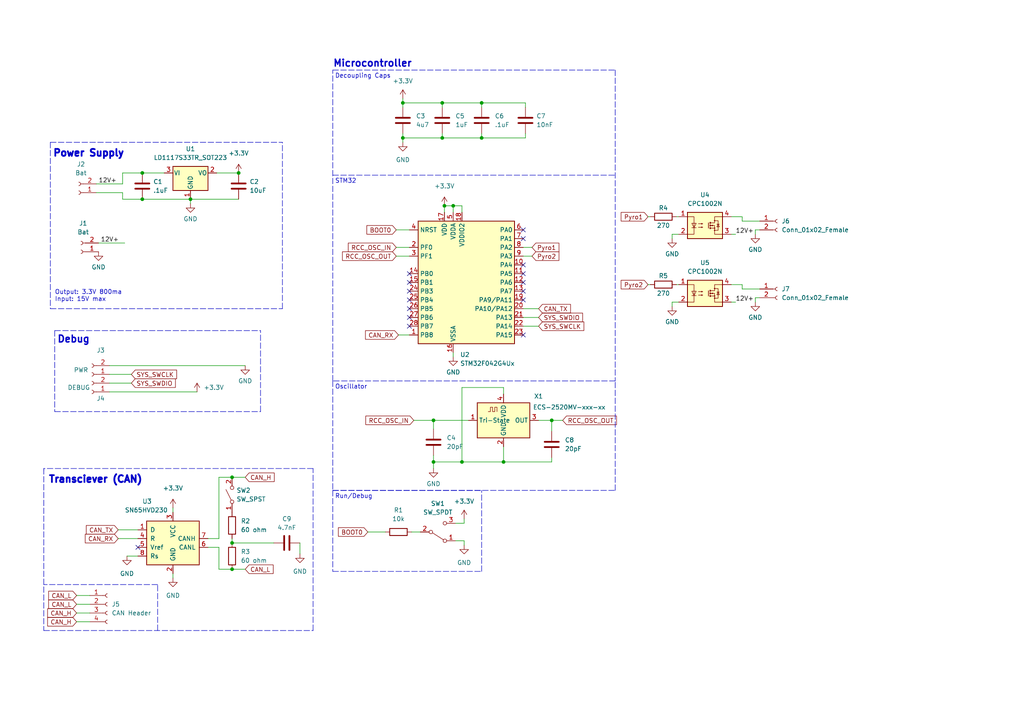
<source format=kicad_sch>
(kicad_sch (version 20211123) (generator eeschema)
  (paper "A4")
  (lib_symbols
    (symbol "Connector:Conn_01x02_Female" (pin_names (offset 1.016) hide)
      (property "Reference" "J" (at 0 2.54 0))
      (property "Value" "Conn_01x02_Female" (at 0 -5.08 0))
      (symbol "Conn_01x02_Female_1_1"
        (arc (start 0 -2.032) (mid -0.508 -2.54) (end 0 -3.048) (stroke (width 0.1524)))
        (polyline (pts (xy -1.27 -2.54) (xy -0.508 -2.54)) (stroke (width 0.1524)))
        (polyline (pts (xy -1.27 0) (xy -0.508 0)) (stroke (width 0.1524)))
        (arc (start 0 0.508) (mid -0.508 0) (end 0 -0.508) (stroke (width 0.1524)))
        (pin passive line (at -5.08 0 0) (length 3.81) (name "Pin_1") (number "1"))
        (pin passive line (at -5.08 -2.54 0) (length 3.81) (name "Pin_2") (number "2"))
      )
    )
    (symbol "Connector:Conn_01x04_Female" (pin_names (offset 1.016) hide)
      (property "Reference" "J" (at 0 5.08 0))
      (property "Value" "Conn_01x04_Female" (at 0 -7.62 0))
      (symbol "Conn_01x04_Female_1_1"
        (arc (start 0 -4.572) (mid -0.508 -5.08) (end 0 -5.588) (stroke (width 0.1524)))
        (arc (start 0 -2.032) (mid -0.508 -2.54) (end 0 -3.048) (stroke (width 0.1524)))
        (polyline (pts (xy -1.27 -5.08) (xy -0.508 -5.08)) (stroke (width 0.1524)))
        (polyline (pts (xy -1.27 -2.54) (xy -0.508 -2.54)) (stroke (width 0.1524)))
        (polyline (pts (xy -1.27 0) (xy -0.508 0)) (stroke (width 0.1524)))
        (polyline (pts (xy -1.27 2.54) (xy -0.508 2.54)) (stroke (width 0.1524)))
        (arc (start 0 0.508) (mid -0.508 0) (end 0 -0.508) (stroke (width 0.1524)))
        (arc (start 0 3.048) (mid -0.508 2.54) (end 0 2.032) (stroke (width 0.1524)))
        (pin passive line (at -5.08 2.54 0) (length 3.81) (name "Pin_1") (number "1"))
        (pin passive line (at -5.08 0 0) (length 3.81) (name "Pin_2") (number "2"))
        (pin passive line (at -5.08 -2.54 0) (length 3.81) (name "Pin_3") (number "3"))
        (pin passive line (at -5.08 -5.08 0) (length 3.81) (name "Pin_4") (number "4"))
      )
    )
    (symbol "Device:C" (pin_numbers hide) (pin_names (offset 0.254))
      (property "Reference" "C" (at 0.635 2.54 0))
      (property "Value" "C" (at 0.635 -2.54 0))
      (symbol "C_0_1"
        (polyline (pts (xy -2.032 -0.762) (xy 2.032 -0.762)) (stroke (width 0.508)))
        (polyline (pts (xy -2.032 0.762) (xy 2.032 0.762)) (stroke (width 0.508)))
      )
      (symbol "C_1_1"
        (pin passive line (at 0 3.81 270) (length 2.794) (name "~") (number "1"))
        (pin passive line (at 0 -3.81 90) (length 2.794) (name "~") (number "2"))
      )
    )
    (symbol "Device:R" (pin_numbers hide) (pin_names (offset 0))
      (property "Reference" "R" (at 2.032 0 90))
      (property "Value" "R" (at 0 0 90))
      (symbol "R_0_1"
        (rectangle (start -1.016 -2.54) (end 1.016 2.54) (stroke (width 0.254)))
      )
      (symbol "R_1_1"
        (pin passive line (at 0 3.81 270) (length 1.27) (name "~") (number "1"))
        (pin passive line (at 0 -3.81 90) (length 1.27) (name "~") (number "2"))
      )
    )
    (symbol "Interface_CAN_LIN:SN65HVD230" (pin_names (offset 1.016))
      (property "Reference" "U" (at -2.54 10.16 0))
      (property "Value" "SN65HVD230" (at -2.54 7.62 0))
      (symbol "SN65HVD230_0_1"
        (rectangle (start -7.62 5.08) (end 7.62 -7.62) (stroke (width 0.254)) (fill (type background)))
      )
      (symbol "SN65HVD230_1_1"
        (pin input line (at -10.16 2.54 0) (length 2.54) (name "D") (number "1"))
        (pin power_in line (at 0 -10.16 90) (length 2.54) (name "GND") (number "2"))
        (pin power_in line (at 0 7.62 270) (length 2.54) (name "VCC") (number "3"))
        (pin output line (at -10.16 0 0) (length 2.54) (name "R") (number "4"))
        (pin output line (at -10.16 -2.54 0) (length 2.54) (name "Vref") (number "5"))
        (pin bidirectional line (at 10.16 -2.54 180) (length 2.54) (name "CANL") (number "6"))
        (pin bidirectional line (at 10.16 0 180) (length 2.54) (name "CANH") (number "7"))
        (pin input line (at -10.16 -5.08 0) (length 2.54) (name "Rs") (number "8"))
      )
    )
    (symbol "MCU_ST_STM32F0:STM32F042G4Ux"
      (property "Reference" "U" (at -15.24 19.05 0))
      (property "Value" "STM32F042G4Ux" (at 0 19.05 0))
      (symbol "STM32F042G4Ux_0_1"
        (rectangle (start -15.24 -17.78) (end 12.7 17.78) (stroke (width 0.254)) (fill (type background)))
      )
      (symbol "STM32F042G4Ux_1_1"
        (pin bidirectional line (at -17.78 -15.24 0) (length 2.54) (name "PB8") (number "1"))
        (pin bidirectional line (at 15.24 5.08 180) (length 2.54) (name "PA4") (number "10"))
        (pin bidirectional line (at 15.24 2.54 180) (length 2.54) (name "PA5") (number "11"))
        (pin bidirectional line (at 15.24 0 180) (length 2.54) (name "PA6") (number "12"))
        (pin bidirectional line (at 15.24 -2.54 180) (length 2.54) (name "PA7") (number "13"))
        (pin bidirectional line (at -17.78 2.54 0) (length 2.54) (name "PB0") (number "14"))
        (pin bidirectional line (at -17.78 0 0) (length 2.54) (name "PB1") (number "15"))
        (pin power_in line (at -5.08 -20.32 90) (length 2.54) (name "VSSA") (number "16"))
        (pin power_in line (at -7.62 20.32 270) (length 2.54) (name "VDD") (number "17"))
        (pin power_in line (at -2.54 20.32 270) (length 2.54) (name "VDDIO2") (number "18"))
        (pin bidirectional line (at 15.24 -5.08 180) (length 2.54) (name "PA9/PA11") (number "19"))
        (pin input line (at -17.78 10.16 0) (length 2.54) (name "PF0") (number "2"))
        (pin bidirectional line (at 15.24 -7.62 180) (length 2.54) (name "PA10/PA12") (number "20"))
        (pin bidirectional line (at 15.24 -10.16 180) (length 2.54) (name "PA13") (number "21"))
        (pin bidirectional line (at 15.24 -12.7 180) (length 2.54) (name "PA14") (number "22"))
        (pin bidirectional line (at 15.24 -15.24 180) (length 2.54) (name "PA15") (number "23"))
        (pin bidirectional line (at -17.78 -2.54 0) (length 2.54) (name "PB3") (number "24"))
        (pin bidirectional line (at -17.78 -5.08 0) (length 2.54) (name "PB4") (number "25"))
        (pin bidirectional line (at -17.78 -7.62 0) (length 2.54) (name "PB5") (number "26"))
        (pin bidirectional line (at -17.78 -10.16 0) (length 2.54) (name "PB6") (number "27"))
        (pin bidirectional line (at -17.78 -12.7 0) (length 2.54) (name "PB7") (number "28"))
        (pin input line (at -17.78 7.62 0) (length 2.54) (name "PF1") (number "3"))
        (pin input line (at -17.78 15.24 0) (length 2.54) (name "NRST") (number "4"))
        (pin power_in line (at -5.08 20.32 270) (length 2.54) (name "VDDA") (number "5"))
        (pin bidirectional line (at 15.24 15.24 180) (length 2.54) (name "PA0") (number "6"))
        (pin bidirectional line (at 15.24 12.7 180) (length 2.54) (name "PA1") (number "7"))
        (pin bidirectional line (at 15.24 10.16 180) (length 2.54) (name "PA2") (number "8"))
        (pin bidirectional line (at 15.24 7.62 180) (length 2.54) (name "PA3") (number "9"))
      )
    )
    (symbol "Oscillator:ECS-2520MV-xxx-xx"
      (property "Reference" "X" (at -5.08 6.35 0))
      (property "Value" "ECS-2520MV-xxx-xx" (at 1.27 -6.35 0))
      (symbol "ECS-2520MV-xxx-xx_0_1"
        (rectangle (start -7.62 5.08) (end 7.62 -5.08) (stroke (width 0.254)) (fill (type background)))
        (polyline (pts (xy -4.445 2.54) (xy -3.81 2.54) (xy -3.81 3.81) (xy -3.175 3.81) (xy -3.175 2.54) (xy -2.54 2.54) (xy -2.54 3.81) (xy -1.905 3.81) (xy -1.905 2.54)))
      )
      (symbol "ECS-2520MV-xxx-xx_1_1"
        (pin input line (at -10.16 0 0) (length 2.54) (name "Tri-State") (number "1"))
        (pin power_in line (at 0 -7.62 90) (length 2.54) (name "GND") (number "2"))
        (pin output line (at 10.16 0 180) (length 2.54) (name "OUT") (number "3"))
        (pin power_in line (at 0 7.62 270) (length 2.54) (name "VDD") (number "4"))
      )
    )
    (symbol "Regulator_Linear:LD1117S33TR_SOT223" (pin_names (offset 0.254))
      (property "Reference" "U" (at -3.81 3.175 0))
      (property "Value" "LD1117S33TR_SOT223" (at 0 3.175 0))
      (symbol "LD1117S33TR_SOT223_0_1"
        (rectangle (start -5.08 -5.08) (end 5.08 1.905) (stroke (width 0.254)) (fill (type background)))
      )
      (symbol "LD1117S33TR_SOT223_1_1"
        (pin power_in line (at 0 -7.62 90) (length 2.54) (name "GND") (number "1"))
        (pin power_out line (at 7.62 0 180) (length 2.54) (name "VO") (number "2"))
        (pin power_in line (at -7.62 0 0) (length 2.54) (name "VI") (number "3"))
      )
    )
    (symbol "Relay_SolidState:CPC1002N"
      (property "Reference" "U" (at -5.08 5.08 0))
      (property "Value" "CPC1002N" (at 0 5.08 0))
      (symbol "CPC1002N_0_1"
        (rectangle (start -5.08 3.81) (end 5.08 -3.81) (stroke (width 0.254)) (fill (type background)))
        (polyline (pts (xy -3.81 -0.635) (xy -2.54 -0.635)))
        (polyline (pts (xy 1.016 0.762) (xy 1.016 -0.762)) (stroke (width 0.2032)))
        (polyline (pts (xy 1.524 -0.762) (xy 2.794 -0.762)))
        (polyline (pts (xy 3.429 0.381) (xy 4.191 0.381)))
        (polyline (pts (xy 1.524 -0.635) (xy 1.524 -0.889) (xy 1.524 -0.889)) (stroke (width 0.3556)))
        (polyline (pts (xy 1.524 0.127) (xy 1.524 -0.127) (xy 1.524 -0.127)) (stroke (width 0.3556)))
        (polyline (pts (xy 1.524 0.889) (xy 1.524 0.635) (xy 1.524 0.635)) (stroke (width 0.3556)))
        (polyline (pts (xy -5.08 2.54) (xy -3.175 2.54) (xy -3.175 -2.54) (xy -5.08 -2.54)))
        (polyline (pts (xy -3.175 -0.635) (xy -3.81 0.635) (xy -2.54 0.635) (xy -3.175 -0.635)))
        (polyline (pts (xy 1.524 0) (xy 2.794 0) (xy 2.794 -2.54) (xy 5.08 -2.54)))
        (polyline (pts (xy 1.524 0.762) (xy 2.794 0.762) (xy 2.794 2.54) (xy 5.08 2.54)))
        (polyline (pts (xy 1.778 0) (xy 2.286 0.127) (xy 2.286 -0.127) (xy 1.778 0)))
        (polyline (pts (xy 2.794 -1.397) (xy 3.81 -1.397) (xy 3.81 1.397) (xy 2.794 1.397)))
        (polyline (pts (xy 3.81 0.381) (xy 3.429 -0.381) (xy 4.191 -0.381) (xy 3.81 0.381)))
        (polyline (pts (xy -1.905 -0.508) (xy -0.635 -0.508) (xy -1.016 -0.635) (xy -1.016 -0.381) (xy -0.635 -0.508)))
        (polyline (pts (xy -1.905 0.508) (xy -0.635 0.508) (xy -1.016 0.381) (xy -1.016 0.635) (xy -0.635 0.508)))
        (circle (center 2.794 -1.397) (radius 0.127))
        (circle (center 2.794 -0.762) (radius 0.127))
        (circle (center 2.794 1.397) (radius 0.127))
      )
      (symbol "CPC1002N_1_1"
        (pin passive line (at -7.62 2.54 0) (length 2.54) (name "~") (number "1"))
        (pin passive line (at -7.62 -2.54 0) (length 2.54) (name "~") (number "2"))
        (pin passive line (at 7.62 -2.54 180) (length 2.54) (name "~") (number "3"))
        (pin passive line (at 7.62 2.54 180) (length 2.54) (name "~") (number "4"))
      )
    )
    (symbol "Switch:SW_SPDT" (pin_names (offset 0) hide)
      (property "Reference" "SW" (at 0 4.318 0))
      (property "Value" "SW_SPDT" (at 0 -5.08 0))
      (symbol "SW_SPDT_0_0"
        (circle (center -2.032 0) (radius 0.508))
        (circle (center 2.032 -2.54) (radius 0.508))
      )
      (symbol "SW_SPDT_0_1"
        (polyline (pts (xy -1.524 0.254) (xy 1.651 2.286)))
        (circle (center 2.032 2.54) (radius 0.508))
      )
      (symbol "SW_SPDT_1_1"
        (pin passive line (at 5.08 2.54 180) (length 2.54) (name "A") (number "1"))
        (pin passive line (at -5.08 0 0) (length 2.54) (name "B") (number "2"))
        (pin passive line (at 5.08 -2.54 180) (length 2.54) (name "C") (number "3"))
      )
    )
    (symbol "Switch:SW_SPST" (pin_names (offset 0) hide)
      (property "Reference" "SW" (at 0 3.175 0))
      (property "Value" "SW_SPST" (at 0 -2.54 0))
      (symbol "SW_SPST_0_0"
        (circle (center -2.032 0) (radius 0.508))
        (polyline (pts (xy -1.524 0.254) (xy 1.524 1.778)))
        (circle (center 2.032 0) (radius 0.508))
      )
      (symbol "SW_SPST_1_1"
        (pin passive line (at -5.08 0 0) (length 2.54) (name "A") (number "1"))
        (pin passive line (at 5.08 0 180) (length 2.54) (name "B") (number "2"))
      )
    )
    (symbol "power:+3.3V" (power) (pin_names (offset 0))
      (property "Value" "+3.3V" (at 0 3.556 0))
      (symbol "+3.3V_0_1"
        (polyline (pts (xy -0.762 1.27) (xy 0 2.54)))
        (polyline (pts (xy 0 0) (xy 0 2.54)))
        (polyline (pts (xy 0 2.54) (xy 0.762 1.27)))
      )
      (symbol "+3.3V_1_1"
        (pin power_in line (at 0 0 90) (length 0) hide (name "+3.3V") (number "1"))
      )
    )
    (symbol "power:GND" (power) (pin_names (offset 0))
      (property "Value" "GND" (at 0 -3.81 0))
      (symbol "GND_0_1"
        (polyline (pts (xy 0 0) (xy 0 -1.27) (xy 1.27 -1.27) (xy 0 -2.54) (xy -1.27 -1.27) (xy 0 -1.27)))
      )
      (symbol "GND_1_1"
        (pin power_in line (at 0 0 270) (length 0) hide (name "GND") (number "1"))
      )
    )
  )
  (junction (at 128.905 59.69))
  (junction (at 131.445 59.69))
  (junction (at 133.985 133.985))
  (junction (at 55.245 57.785))
  (junction (at 146.05 133.985))
  (junction (at 116.84 29.845))
  (junction (at 41.275 50.165))
  (junction (at 139.7 40.005))
  (junction (at 139.7 29.845))
  (junction (at 128.27 29.845))
  (junction (at 125.73 121.92))
  (junction (at 67.31 157.48))
  (junction (at 69.215 50.165))
  (junction (at 125.73 133.985))
  (junction (at 67.31 138.43))
  (junction (at 128.27 40.005))
  (junction (at 116.84 40.005))
  (junction (at 160.02 121.92))
  (junction (at 41.275 57.785))
  (junction (at 67.31 165.1))
  (no_connect (at 151.765 84.455))
  (no_connect (at 151.765 81.915))
  (no_connect (at 151.765 97.155))
  (no_connect (at 40.005 158.75))
  (no_connect (at 151.765 76.835))
  (no_connect (at 118.745 81.915))
  (no_connect (at 118.745 94.615))
  (no_connect (at 151.765 79.375))
  (no_connect (at 151.765 69.215))
  (no_connect (at 118.745 89.535))
  (no_connect (at 151.765 66.675))
  (no_connect (at 118.745 84.455))
  (no_connect (at 118.745 86.995))
  (no_connect (at 118.745 92.075))
  (no_connect (at 151.765 86.995))
  (no_connect (at 118.745 79.375))
  (wire (pts (xy 194.945 67.945) (xy 194.945 69.215)))
  (wire (pts (xy 55.245 57.785) (xy 69.215 57.785)))
  (wire (pts (xy 63.5 165.1) (xy 67.31 165.1)))
  (polyline (pts (xy 12.7 135.89) (xy 12.7 136.525)))
  (wire (pts (xy 120.015 121.92) (xy 125.73 121.92)))
  (wire (pts (xy 79.375 157.48) (xy 67.31 157.48)))
  (wire (pts (xy 63.5 158.75) (xy 63.5 165.1)))
  (wire (pts (xy 22.225 180.34) (xy 26.035 180.34)))
  (wire (pts (xy 146.05 133.985) (xy 146.05 129.54)))
  (wire (pts (xy 116.84 29.845) (xy 128.27 29.845)))
  (wire (pts (xy 215.265 64.135) (xy 215.265 62.865)))
  (wire (pts (xy 86.995 160.655) (xy 86.995 157.48)))
  (wire (pts (xy 119.38 154.305) (xy 121.92 154.305)))
  (wire (pts (xy 67.31 138.43) (xy 71.12 138.43)))
  (wire (pts (xy 187.96 62.865) (xy 188.595 62.865)))
  (wire (pts (xy 63.5 138.43) (xy 67.31 138.43)))
  (wire (pts (xy 220.345 66.675) (xy 219.075 66.675)))
  (wire (pts (xy 71.12 106.045) (xy 31.75 106.045)))
  (wire (pts (xy 22.225 172.72) (xy 26.035 172.72)))
  (wire (pts (xy 219.075 66.675) (xy 219.075 67.945)))
  (wire (pts (xy 28.575 70.485) (xy 36.195 70.485)))
  (wire (pts (xy 128.27 38.735) (xy 128.27 40.005)))
  (wire (pts (xy 50.165 147.32) (xy 50.165 148.59)))
  (wire (pts (xy 160.02 133.985) (xy 146.05 133.985)))
  (polyline (pts (xy 90.805 135.89) (xy 12.7 135.89)))
  (wire (pts (xy 131.445 61.595) (xy 131.445 59.69)))
  (wire (pts (xy 146.05 112.395) (xy 133.985 112.395)))
  (polyline (pts (xy 96.52 142.24) (xy 139.7 142.24)))
  (wire (pts (xy 114.935 71.755) (xy 118.745 71.755)))
  (wire (pts (xy 156.21 121.92) (xy 160.02 121.92)))
  (wire (pts (xy 220.345 83.82) (xy 215.265 83.82)))
  (wire (pts (xy 116.84 28.575) (xy 116.84 29.845)))
  (polyline (pts (xy 14.605 41.275) (xy 14.605 89.535)))
  (wire (pts (xy 196.85 87.63) (xy 194.945 87.63)))
  (wire (pts (xy 35.56 55.88) (xy 35.56 57.785)))
  (polyline (pts (xy 15.875 95.885) (xy 15.875 119.38)))
  (wire (pts (xy 152.4 38.735) (xy 152.4 40.005)))
  (wire (pts (xy 67.31 156.21) (xy 67.31 157.48)))
  (wire (pts (xy 134.62 150.495) (xy 134.62 151.765)))
  (wire (pts (xy 139.7 29.845) (xy 152.4 29.845)))
  (wire (pts (xy 215.265 62.865) (xy 212.09 62.865)))
  (wire (pts (xy 115.57 97.155) (xy 118.745 97.155)))
  (wire (pts (xy 128.27 40.005) (xy 139.7 40.005)))
  (wire (pts (xy 47.625 50.165) (xy 41.275 50.165)))
  (wire (pts (xy 133.985 59.69) (xy 131.445 59.69)))
  (wire (pts (xy 34.29 156.21) (xy 40.005 156.21)))
  (polyline (pts (xy 139.7 165.735) (xy 139.7 142.24)))
  (wire (pts (xy 60.325 156.21) (xy 63.5 156.21)))
  (polyline (pts (xy 14.605 41.275) (xy 81.915 41.275)))
  (polyline (pts (xy 14.605 89.535) (xy 81.915 89.535)))
  (wire (pts (xy 151.765 92.075) (xy 156.21 92.075)))
  (polyline (pts (xy 45.72 169.545) (xy 12.7 169.545)))
  (wire (pts (xy 38.1 111.125) (xy 31.75 111.125)))
  (wire (pts (xy 35.56 50.165) (xy 41.275 50.165)))
  (wire (pts (xy 22.225 177.8) (xy 26.035 177.8)))
  (wire (pts (xy 139.7 40.005) (xy 152.4 40.005)))
  (polyline (pts (xy 81.915 89.535) (xy 81.915 41.275)))
  (wire (pts (xy 133.985 133.985) (xy 146.05 133.985)))
  (polyline (pts (xy 12.7 135.89) (xy 12.7 182.88)))
  (polyline (pts (xy 96.52 142.24) (xy 178.435 142.24)))
  (wire (pts (xy 106.68 154.305) (xy 111.76 154.305)))
  (wire (pts (xy 125.73 133.985) (xy 133.985 133.985)))
  (wire (pts (xy 133.985 61.595) (xy 133.985 59.69)))
  (wire (pts (xy 116.84 40.005) (xy 128.27 40.005)))
  (polyline (pts (xy 45.72 182.88) (xy 45.72 169.545)))
  (wire (pts (xy 114.935 74.295) (xy 118.745 74.295)))
  (wire (pts (xy 215.265 83.82) (xy 215.265 82.55)))
  (wire (pts (xy 220.345 86.36) (xy 219.075 86.36)))
  (wire (pts (xy 160.02 121.92) (xy 160.02 125.095)))
  (wire (pts (xy 36.83 161.29) (xy 40.005 161.29)))
  (wire (pts (xy 27.94 53.34) (xy 35.56 53.34)))
  (wire (pts (xy 38.1 108.585) (xy 31.75 108.585)))
  (wire (pts (xy 22.225 175.26) (xy 26.035 175.26)))
  (polyline (pts (xy 178.435 20.32) (xy 178.435 110.49)))
  (wire (pts (xy 196.85 67.945) (xy 194.945 67.945)))
  (wire (pts (xy 125.73 121.92) (xy 135.89 121.92)))
  (wire (pts (xy 220.345 64.135) (xy 215.265 64.135)))
  (polyline (pts (xy 90.805 182.88) (xy 90.805 135.89)))
  (wire (pts (xy 131.445 59.69) (xy 128.905 59.69)))
  (wire (pts (xy 114.935 66.675) (xy 118.745 66.675)))
  (polyline (pts (xy 96.52 50.8) (xy 178.435 50.8)))
  (wire (pts (xy 196.215 82.55) (xy 196.85 82.55)))
  (polyline (pts (xy 178.435 142.24) (xy 178.435 110.49)))
  (wire (pts (xy 67.31 165.1) (xy 71.12 165.1)))
  (wire (pts (xy 125.73 135.89) (xy 125.73 133.985)))
  (wire (pts (xy 196.215 62.865) (xy 196.85 62.865)))
  (polyline (pts (xy 12.7 182.88) (xy 90.805 182.88)))
  (wire (pts (xy 63.5 138.43) (xy 63.5 156.21)))
  (wire (pts (xy 62.865 50.165) (xy 69.215 50.165)))
  (wire (pts (xy 116.84 41.275) (xy 116.84 40.005)))
  (wire (pts (xy 154.305 74.295) (xy 151.765 74.295)))
  (wire (pts (xy 133.985 112.395) (xy 133.985 133.985)))
  (polyline (pts (xy 15.875 119.38) (xy 75.565 119.38)))
  (wire (pts (xy 50.165 167.64) (xy 50.165 166.37)))
  (wire (pts (xy 116.84 31.115) (xy 116.84 29.845)))
  (wire (pts (xy 151.765 89.535) (xy 156.21 89.535)))
  (wire (pts (xy 139.7 38.735) (xy 139.7 40.005)))
  (polyline (pts (xy 15.875 95.885) (xy 75.565 95.885)))
  (wire (pts (xy 160.02 132.715) (xy 160.02 133.985)))
  (wire (pts (xy 55.245 59.055) (xy 55.245 57.785)))
  (wire (pts (xy 128.905 59.69) (xy 128.905 61.595)))
  (wire (pts (xy 35.56 53.34) (xy 35.56 50.165)))
  (polyline (pts (xy 96.52 165.735) (xy 139.7 165.735)))
  (wire (pts (xy 139.7 29.845) (xy 139.7 31.115)))
  (polyline (pts (xy 96.52 142.24) (xy 96.52 165.735)))
  (wire (pts (xy 194.945 87.63) (xy 194.945 88.9)))
  (wire (pts (xy 131.445 103.505) (xy 131.445 102.235)))
  (polyline (pts (xy 96.52 110.49) (xy 96.52 142.24)))
  (wire (pts (xy 151.765 94.615) (xy 156.21 94.615)))
  (wire (pts (xy 125.73 124.46) (xy 125.73 121.92)))
  (wire (pts (xy 212.09 87.63) (xy 213.36 87.63)))
  (wire (pts (xy 219.075 86.36) (xy 219.075 87.63)))
  (wire (pts (xy 212.09 67.945) (xy 213.36 67.945)))
  (wire (pts (xy 128.27 29.845) (xy 139.7 29.845)))
  (wire (pts (xy 132.08 156.845) (xy 134.62 156.845)))
  (wire (pts (xy 163.195 121.92) (xy 160.02 121.92)))
  (wire (pts (xy 57.15 113.665) (xy 31.75 113.665)))
  (wire (pts (xy 146.05 114.3) (xy 146.05 112.395)))
  (wire (pts (xy 35.56 57.785) (xy 41.275 57.785)))
  (wire (pts (xy 152.4 29.845) (xy 152.4 31.115)))
  (wire (pts (xy 34.29 153.67) (xy 40.005 153.67)))
  (polyline (pts (xy 75.565 119.38) (xy 75.565 95.885)))
  (polyline (pts (xy 178.435 110.49) (xy 96.52 110.49)))
  (wire (pts (xy 134.62 156.845) (xy 134.62 158.115)))
  (wire (pts (xy 27.94 55.88) (xy 35.56 55.88)))
  (wire (pts (xy 215.265 82.55) (xy 212.09 82.55)))
  (wire (pts (xy 41.275 57.785) (xy 55.245 57.785)))
  (wire (pts (xy 128.27 29.845) (xy 128.27 31.115)))
  (wire (pts (xy 134.62 151.765) (xy 132.08 151.765)))
  (polyline (pts (xy 96.52 20.32) (xy 178.435 20.32)))
  (wire (pts (xy 60.325 158.75) (xy 63.5 158.75)))
  (polyline (pts (xy 96.52 110.49) (xy 96.52 20.32)))
  (wire (pts (xy 154.305 71.755) (xy 151.765 71.755)))
  (wire (pts (xy 125.73 132.08) (xy 125.73 133.985)))
  (wire (pts (xy 187.96 82.55) (xy 188.595 82.55)))
  (wire (pts (xy 116.84 38.735) (xy 116.84 40.005)))
  (text "Debug" (at 16.51 99.695 0) (effects (font (size 2 2) bold) (justify left bottom)))
  (text "Microcontroller" (at 96.52 19.685 0) (effects (font (size 2 2) (thickness 0.4) bold) (justify left bottom)))
  (text "Output: 3.3V 800ma \nInput: 15V max\n" (at 15.875 87.63 0) (effects (font (size 1.27 1.27)) (justify left bottom)))
  (text "Oscillator" (at 97.155 113.03 0) (effects (font (size 1.27 1.27)) (justify left bottom)))
  (text "Run/Debug" (at 97.155 144.78 0) (effects (font (size 1.27 1.27)) (justify left bottom)))
  (text "Power Supply" (at 15.24 45.72 0) (effects (font (size 2 2) (thickness 0.6) bold) (justify left bottom)))
  (text "Decoupling Caps \n" (at 97.155 22.86 0) (effects (font (size 1.27 1.27)) (justify left bottom)))
  (text "Transciever (CAN)\n" (at 13.97 140.335 0) (effects (font (size 2 2) (thickness 0.6) bold) (justify left bottom)))
  (text "STM32" (at 97.155 53.34 0) (effects (font (size 1.27 1.27)) (justify left bottom)))
  (label "12V+" (at 29.21 70.485 0))
  (label "12V+" (at 213.36 67.945 0))
  (label "12V+" (at 213.36 87.63 0))
  (label "12V+" (at 28.575 53.34 0))
  (global_label "Pyro1" (shape input) (at 154.305 71.755 0) (property "Intersheet References" "${INTERSHEET_REFS}" (effects hide)))
  (global_label "Pyro1" (shape input) (at 187.96 62.865 180) (property "Intersheet References" "${INTERSHEET_REFS}" (effects hide)))
  (global_label "CAN_H" (shape input) (at 22.225 177.8 180) (property "Intersheet References" "${INTERSHEET_REFS}" (effects hide)))
  (global_label "SYS_SWDIO" (shape input) (at 156.21 92.075 0) (property "Intersheet References" "${INTERSHEET_REFS}" (effects hide)))
  (global_label "RCC_OSC_OUT" (shape input) (at 114.935 74.295 180) (property "Intersheet References" "${INTERSHEET_REFS}" (effects hide)))
  (global_label "CAN_L" (shape input) (at 71.12 165.1 0) (property "Intersheet References" "${INTERSHEET_REFS}" (effects hide)))
  (global_label "CAN_RX" (shape input) (at 115.57 97.155 180) (property "Intersheet References" "${INTERSHEET_REFS}" (effects hide)))
  (global_label "CAN_L" (shape input) (at 22.225 175.26 180) (property "Intersheet References" "${INTERSHEET_REFS}" (effects hide)))
  (global_label "CAN_RX" (shape input) (at 34.29 156.21 180) (property "Intersheet References" "${INTERSHEET_REFS}" (effects hide)))
  (global_label "RCC_OSC_OUT" (shape input) (at 163.195 121.92 0) (property "Intersheet References" "${INTERSHEET_REFS}" (effects hide)))
  (global_label "Pyro2" (shape input) (at 187.96 82.55 180) (property "Intersheet References" "${INTERSHEET_REFS}" (effects hide)))
  (global_label "Pyro2" (shape input) (at 154.305 74.295 0) (property "Intersheet References" "${INTERSHEET_REFS}" (effects hide)))
  (global_label "CAN_H" (shape input) (at 71.12 138.43 0) (property "Intersheet References" "${INTERSHEET_REFS}" (effects hide)))
  (global_label "CAN_TX" (shape input) (at 34.29 153.67 180) (property "Intersheet References" "${INTERSHEET_REFS}" (effects hide)))
  (global_label "CAN_L" (shape input) (at 22.225 172.72 180) (property "Intersheet References" "${INTERSHEET_REFS}" (effects hide)))
  (global_label "RCC_OSC_IN" (shape input) (at 114.935 71.755 180) (property "Intersheet References" "${INTERSHEET_REFS}" (effects hide)))
  (global_label "BOOT0" (shape input) (at 106.68 154.305 180) (property "Intersheet References" "${INTERSHEET_REFS}" (effects hide)))
  (global_label "CAN_H" (shape input) (at 22.225 180.34 180) (property "Intersheet References" "${INTERSHEET_REFS}" (effects hide)))
  (global_label "RCC_OSC_IN" (shape input) (at 120.015 121.92 180) (property "Intersheet References" "${INTERSHEET_REFS}" (effects hide)))
  (global_label "BOOT0" (shape input) (at 114.935 66.675 180) (property "Intersheet References" "${INTERSHEET_REFS}" (effects hide)))
  (global_label "SYS_SWCLK" (shape input) (at 156.21 94.615 0) (property "Intersheet References" "${INTERSHEET_REFS}" (effects hide)))
  (global_label "SYS_SWCLK" (shape input) (at 38.1 108.585 0) (property "Intersheet References" "${INTERSHEET_REFS}" (effects hide)))
  (global_label "CAN_TX" (shape input) (at 156.21 89.535 0) (property "Intersheet References" "${INTERSHEET_REFS}" (effects hide)))
  (global_label "SYS_SWDIO" (shape input) (at 38.1 111.125 0) (property "Intersheet References" "${INTERSHEET_REFS}" (effects hide)))
  (symbol (lib_id "power:+3.3V") (at 50.165 147.32 0) (unit 1)
    (property "Reference" "#PWR014" (effects hide))
    (property "Value" "+3.3V" (at 50.165 141.605 0))
  )
  (symbol (lib_id "Regulator_Linear:LD1117S33TR_SOT223") (at 55.245 50.165 0) (unit 1)
    (property "Reference" "U1" (at 55.245 43.18 0))
    (property "Value" "LD1117S33TR_SOT223" (at 55.245 45.72 0))
    (property "Footprint" "Package_TO_SOT_SMD:SOT-223-3_TabPin2" (effects hide))
    (property "Datasheet" "http://www.st.com/st-web-ui/static/active/en/resource/technical/document/datasheet/CD00000544.pdf" (effects hide))
  )
  (symbol (lib_id "Connector:Conn_01x02_Female") (at 26.67 113.665 180) (unit 1)
    (property "Reference" "J4" (at 29.21 115.57 0))
    (property "Value" "DEBUG" (at 22.86 112.395 0))
    (property "Footprint" "Connector_PinHeader_1.00mm:PinHeader_1x02_P1.00mm_Vertical" (effects hide))
  )
  (symbol (lib_id "Relay_SolidState:CPC1002N") (at 204.47 85.09 0) (unit 1)
    (property "Reference" "U5" (at 204.47 76.2 0))
    (property "Value" "CPC1002N" (at 204.47 78.74 0))
    (property "Footprint" "Package_SO:SOP-4_3.8x4.1mm_P2.54mm" (effects hide))
    (property "Datasheet" "http://www.ixysic.com/home/pdfs.nsf/www/CPC1002N.pdf/$file/CPC1002N.pdf" (effects hide))
  )
  (symbol (lib_id "Device:R") (at 192.405 62.865 270) (unit 1)
    (property "Reference" "R4" (at 192.405 60.325 90))
    (property "Value" "270" (at 192.405 65.405 90))
    (property "Footprint" "Resistor_SMD:R_01005_0402Metric" (effects hide))
  )
  (symbol (lib_id "Device:C") (at 128.27 34.925 0) (unit 1)
    (property "Reference" "C5" (at 132.08 33.6549 0) (effects (justify left)))
    (property "Value" "1uF" (at 132.08 36.1949 0) (effects (justify left)))
    (property "Footprint" "Capacitor_SMD:C_0402_1005Metric" (effects hide))
  )
  (symbol (lib_id "power:GND") (at 36.83 161.29 0) (unit 1)
    (property "Reference" "#PWR012" (effects hide))
    (property "Value" "GND" (at 36.83 166.37 0))
  )
  (symbol (lib_id "power:GND") (at 28.575 73.025 0) (unit 1)
    (property "Reference" "#PWR01" (effects hide))
    (property "Value" "GND" (at 28.575 77.47 0))
  )
  (symbol (lib_id "power:+3.3V") (at 116.84 28.575 0) (unit 1)
    (property "Reference" "#PWR08" (effects hide))
    (property "Value" "+3.3V" (at 116.84 23.495 0))
  )
  (symbol (lib_id "Device:C") (at 83.185 157.48 90) (unit 1)
    (property "Reference" "C9" (at 83.185 150.495 90))
    (property "Value" "4.7nF" (at 83.185 153.035 90))
    (property "Footprint" "Capacitor_SMD:C_0402_1005Metric" (effects hide))
  )
  (symbol (lib_id "Device:R") (at 67.31 152.4 0) (unit 1)
    (property "Reference" "R2" (at 69.85 151.1299 0) (effects (justify left)))
    (property "Value" "60 ohm" (at 69.85 153.6699 0) (effects (justify left)))
    (property "Footprint" "Resistor_SMD:R_0805_2012Metric" (effects hide))
  )
  (symbol (lib_id "power:GND") (at 194.945 88.9 0) (unit 1)
    (property "Reference" "#PWR0103" (effects hide))
    (property "Value" "GND" (at 194.945 93.345 0))
  )
  (symbol (lib_id "power:GND") (at 116.84 41.275 0) (unit 1)
    (property "Reference" "#PWR09" (effects hide))
    (property "Value" "GND" (at 116.84 46.355 0))
  )
  (symbol (lib_id "Connector:Conn_01x02_Female") (at 23.495 73.025 180) (unit 1)
    (property "Reference" "J1" (at 24.13 64.77 0))
    (property "Value" "Bat" (at 24.13 67.31 0))
    (property "Footprint" "Connector_PinHeader_1.00mm:PinHeader_1x02_P1.00mm_Vertical" (effects hide))
  )
  (symbol (lib_id "power:GND") (at 194.945 69.215 0) (unit 1)
    (property "Reference" "#PWR0101" (effects hide))
    (property "Value" "GND" (at 194.945 73.66 0))
  )
  (symbol (lib_id "power:GND") (at 131.445 103.505 0) (unit 1)
    (property "Reference" "#PWR013" (effects hide))
    (property "Value" "GND" (at 131.445 107.95 0))
  )
  (symbol (lib_id "power:+3.3V") (at 57.15 113.665 0) (unit 1)
    (property "Reference" "#PWR05" (effects hide))
    (property "Value" "+3.3V" (at 59.055 112.3949 0) (effects (justify left)))
  )
  (symbol (lib_id "Connector:Conn_01x02_Female") (at 225.425 64.135 0) (unit 1)
    (property "Reference" "J6" (at 226.695 64.1349 0) (effects (justify left)))
    (property "Value" "Conn_01x02_Female" (at 226.695 66.6749 0) (effects (justify left)))
    (property "Footprint" "Connector_PinHeader_1.00mm:PinHeader_1x02_P1.00mm_Vertical" (effects hide))
  )
  (symbol (lib_id "Device:R") (at 115.57 154.305 90) (unit 1)
    (property "Reference" "R1" (at 115.57 147.955 90))
    (property "Value" "10k" (at 115.57 150.495 90))
    (property "Footprint" "Resistor_SMD:R_0402_1005Metric" (effects hide))
  )
  (symbol (lib_id "power:GND") (at 55.245 59.055 0) (unit 1)
    (property "Reference" "#PWR04" (effects hide))
    (property "Value" "GND" (at 55.245 63.5 0))
  )
  (symbol (lib_id "Device:C") (at 125.73 128.27 0) (unit 1)
    (property "Reference" "C4" (at 129.54 126.9999 0) (effects (justify left)))
    (property "Value" "20pF" (at 129.54 129.5399 0) (effects (justify left)))
    (property "Footprint" "Capacitor_SMD:C_0402_1005Metric" (effects hide))
  )
  (symbol (lib_id "Device:C") (at 116.84 34.925 0) (unit 1)
    (property "Reference" "C3" (at 120.65 33.6549 0) (effects (justify left)))
    (property "Value" "4u7" (at 120.65 36.1949 0) (effects (justify left)))
    (property "Footprint" "Capacitor_SMD:C_0402_1005Metric" (effects hide))
  )
  (symbol (lib_id "power:+3.3V") (at 128.905 59.69 0) (unit 1)
    (property "Reference" "#PWR011" (effects hide))
    (property "Value" "+3.3V" (at 128.905 53.975 0))
  )
  (symbol (lib_id "Device:R") (at 192.405 82.55 90) (unit 1)
    (property "Reference" "R5" (at 192.405 80.01 90))
    (property "Value" "270" (at 192.405 85.09 90))
    (property "Footprint" "Resistor_SMD:R_01005_0402Metric" (effects hide))
  )
  (symbol (lib_id "power:GND") (at 125.73 135.89 0) (unit 1)
    (property "Reference" "#PWR010" (effects hide))
    (property "Value" "GND" (at 125.73 140.335 0))
  )
  (symbol (lib_id "Device:C") (at 69.215 53.975 0) (unit 1)
    (property "Reference" "C2" (at 72.39 52.7049 0) (effects (justify left)))
    (property "Value" "10uF" (at 72.39 55.2449 0) (effects (justify left)))
    (property "Footprint" "Capacitor_SMD:C_0603_1608Metric" (effects hide))
  )
  (symbol (lib_id "Device:R") (at 67.31 161.29 0) (unit 1)
    (property "Reference" "R3" (at 69.85 160.0199 0) (effects (justify left)))
    (property "Value" "60 ohm" (at 69.85 162.5599 0) (effects (justify left)))
    (property "Footprint" "Resistor_SMD:R_0805_2012Metric" (effects hide))
  )
  (symbol (lib_id "MCU_ST_STM32F0:STM32F042G4Ux") (at 136.525 81.915 0) (unit 1)
    (property "Reference" "U2" (at 133.4644 102.87 0) (effects (justify left)))
    (property "Value" "STM32F042G4Ux" (at 133.4644 105.41 0) (effects (justify left)))
    (property "Footprint" "Package_DFN_QFN:QFN-28_4x4mm_P0.5mm" (effects hide))
    (property "Datasheet" "http://www.st.com/st-web-ui/static/active/en/resource/technical/document/datasheet/DM00105814.pdf" (effects hide))
  )
  (symbol (lib_id "Device:C") (at 139.7 34.925 0) (unit 1)
    (property "Reference" "C6" (at 143.51 33.6549 0) (effects (justify left)))
    (property "Value" ".1uF" (at 143.51 36.1949 0) (effects (justify left)))
    (property "Footprint" "Capacitor_SMD:C_0402_1005Metric" (effects hide))
  )
  (symbol (lib_id "power:GND") (at 219.075 87.63 0) (unit 1)
    (property "Reference" "#PWR0104" (effects hide))
    (property "Value" "GND" (at 219.075 92.075 0))
  )
  (symbol (lib_id "Relay_SolidState:CPC1002N") (at 204.47 65.405 0) (unit 1)
    (property "Reference" "U4" (at 204.47 56.515 0))
    (property "Value" "CPC1002N" (at 204.47 59.055 0))
    (property "Footprint" "Package_SO:SOP-4_3.8x4.1mm_P2.54mm" (effects hide))
    (property "Datasheet" "http://www.ixysic.com/home/pdfs.nsf/www/CPC1002N.pdf/$file/CPC1002N.pdf" (effects hide))
  )
  (symbol (lib_id "power:GND") (at 219.075 67.945 0) (unit 1)
    (property "Reference" "#PWR0102" (effects hide))
    (property "Value" "GND" (at 219.075 72.39 0))
  )
  (symbol (lib_id "Device:C") (at 41.275 53.975 0) (unit 1)
    (property "Reference" "C1" (at 44.45 52.7049 0) (effects (justify left)))
    (property "Value" ".1uF" (at 44.45 55.2449 0) (effects (justify left)))
    (property "Footprint" "Capacitor_SMD:C_0402_1005Metric" (effects hide))
  )
  (symbol (lib_id "power:+3.3V") (at 69.215 50.165 0) (unit 1)
    (property "Reference" "#PWR06" (effects hide))
    (property "Value" "+3.3V" (at 69.215 44.45 0))
  )
  (symbol (lib_id "Oscillator:ECS-2520MV-xxx-xx") (at 146.05 121.92 0) (unit 1)
    (property "Reference" "X1" (at 156.21 114.935 0))
    (property "Value" "ECS-2520MV-xxx-xx" (at 165.1 118.11 0))
    (property "Footprint" "Oscillator:Oscillator_SMD_ECS_2520MV-xxx-xx-4Pin_2.5x2.0mm" (effects hide))
    (property "Datasheet" "https://www.ecsxtal.com/store/pdf/ECS-2520MV.pdf" (effects hide))
  )
  (symbol (lib_id "power:GND") (at 71.12 106.045 0) (unit 1)
    (property "Reference" "#PWR07" (effects hide))
    (property "Value" "GND" (at 71.12 110.49 0))
  )
  (symbol (lib_id "Connector:Conn_01x02_Female") (at 26.67 108.585 180) (unit 1)
    (property "Reference" "J3" (at 29.21 101.6 0))
    (property "Value" "PWR" (at 23.495 107.315 0))
    (property "Footprint" "Connector_PinHeader_1.00mm:PinHeader_1x02_P1.00mm_Vertical" (effects hide))
  )
  (symbol (lib_id "power:GND") (at 134.62 158.115 0) (unit 1)
    (property "Reference" "#PWR03" (effects hide))
    (property "Value" "GND" (at 134.62 163.195 0))
  )
  (symbol (lib_id "Connector:Conn_01x04_Female") (at 31.115 175.26 0) (unit 1)
    (property "Reference" "J5" (at 32.385 175.2599 0) (effects (justify left)))
    (property "Value" "CAN Header" (at 32.385 177.7999 0) (effects (justify left)))
    (property "Footprint" "Connector_PinHeader_1.00mm:PinHeader_1x04_P1.00mm_Vertical" (effects hide))
  )
  (symbol (lib_id "Switch:SW_SPDT") (at 127 154.305 0) (mirror x) (unit 1)
    (property "Reference" "SW1" (at 127 146.05 0))
    (property "Value" "SW_SPDT" (at 127 148.59 0))
    (property "Footprint" "Jumper:SolderJumper-3_P1.3mm_Open_RoundedPad1.0x1.5mm_NumberLabels" (effects hide))
  )
  (symbol (lib_id "power:+3.3V") (at 134.62 150.495 0) (unit 1)
    (property "Reference" "#PWR02" (effects hide))
    (property "Value" "+3.3V" (at 134.62 145.415 0))
  )
  (symbol (lib_id "power:GND") (at 50.165 167.64 0) (unit 1)
    (property "Reference" "#PWR015" (effects hide))
    (property "Value" "GND" (at 50.165 172.72 0))
  )
  (symbol (lib_id "Device:C") (at 160.02 128.905 0) (unit 1)
    (property "Reference" "C8" (at 163.83 127.6349 0) (effects (justify left)))
    (property "Value" "20pF" (at 163.83 130.1749 0) (effects (justify left)))
    (property "Footprint" "Capacitor_SMD:C_0402_1005Metric" (effects hide))
  )
  (symbol (lib_id "Switch:SW_SPST") (at 67.31 143.51 90) (unit 1)
    (property "Reference" "SW2" (at 68.58 142.2399 90) (effects (justify right)))
    (property "Value" "SW_SPST" (at 68.58 144.7799 90) (effects (justify right)))
    (property "Footprint" "Jumper:SolderJumper-2_P1.3mm_Open_RoundedPad1.0x1.5mm" (effects hide))
  )
  (symbol (lib_id "Interface_CAN_LIN:SN65HVD230") (at 50.165 156.21 0) (unit 1)
    (property "Reference" "U3" (at 41.275 145.415 0) (effects (justify left)))
    (property "Value" "SN65HVD230" (at 36.195 147.955 0) (effects (justify left)))
    (property "Footprint" "Package_SO:SOIC-8_3.9x4.9mm_P1.27mm" (effects hide))
    (property "Datasheet" "http://www.ti.com/lit/ds/symlink/sn65hvd230.pdf" (effects hide))
  )
  (symbol (lib_id "Connector:Conn_01x02_Female") (at 225.425 83.82 0) (unit 1)
    (property "Reference" "J7" (at 226.695 83.8199 0) (effects (justify left)))
    (property "Value" "Conn_01x02_Female" (at 226.695 86.3599 0) (effects (justify left)))
    (property "Footprint" "Connector_PinHeader_1.00mm:PinHeader_1x02_P1.00mm_Vertical" (effects hide))
  )
  (symbol (lib_id "power:GND") (at 86.995 160.655 0) (unit 1)
    (property "Reference" "#PWR016" (effects hide))
    (property "Value" "GND" (at 86.995 165.735 0))
  )
  (symbol (lib_id "Device:C") (at 152.4 34.925 0) (unit 1)
    (property "Reference" "C7" (at 155.575 33.6549 0) (effects (justify left)))
    (property "Value" "10nF" (at 155.575 36.1949 0) (effects (justify left)))
    (property "Footprint" "Capacitor_SMD:C_0402_1005Metric" (effects hide))
  )
  (symbol (lib_id "Connector:Conn_01x02_Female") (at 22.86 55.88 180) (unit 1)
    (property "Reference" "J2" (at 23.495 47.625 0))
    (property "Value" "Bat" (at 23.495 50.165 0))
    (property "Footprint" "Connector_PinHeader_1.00mm:PinHeader_1x02_P1.00mm_Vertical" (effects hide))
  )
)
</source>
